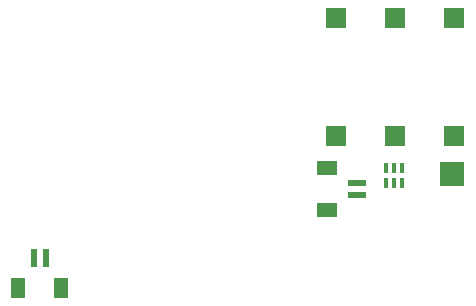
<source format=gbr>
%TF.GenerationSoftware,KiCad,Pcbnew,9.0.0*%
%TF.CreationDate,2025-03-14T13:22:17-04:00*%
%TF.ProjectId,IngestibleCapsule-Antennae,496e6765-7374-4696-926c-654361707375,rev?*%
%TF.SameCoordinates,Original*%
%TF.FileFunction,Soldermask,Top*%
%TF.FilePolarity,Negative*%
%FSLAX46Y46*%
G04 Gerber Fmt 4.6, Leading zero omitted, Abs format (unit mm)*
G04 Created by KiCad (PCBNEW 9.0.0) date 2025-03-14 13:22:17*
%MOMM*%
%LPD*%
G01*
G04 APERTURE LIST*
%ADD10R,0.304800X0.812800*%
%ADD11R,2.000000X2.000000*%
%ADD12R,1.550000X0.600000*%
%ADD13R,1.800000X1.200000*%
%ADD14R,1.803400X1.803400*%
%ADD15R,0.600000X1.550000*%
%ADD16R,1.200000X1.800000*%
G04 APERTURE END LIST*
D10*
%TO.C,U1*%
X80660000Y-52980002D03*
X80010001Y-52980002D03*
X79360002Y-52980002D03*
X79360002Y-54280000D03*
X80010001Y-54280000D03*
X80660000Y-54280000D03*
%TD*%
D11*
%TO.C,TP1*%
X84900000Y-53510000D03*
%TD*%
D12*
%TO.C,J2*%
X76887000Y-54280000D03*
X76887000Y-55280000D03*
D13*
X74362000Y-52980000D03*
X74362000Y-56580000D03*
%TD*%
D14*
%TO.C,AE1*%
X80110000Y-50313800D03*
X85110000Y-50313800D03*
X85110000Y-40306200D03*
X80110000Y-40306200D03*
X75110000Y-40306200D03*
X75110000Y-50313800D03*
%TD*%
D15*
%TO.C,J1*%
X49500000Y-60663000D03*
X50500000Y-60663000D03*
D16*
X48200000Y-63188000D03*
X51800000Y-63188000D03*
%TD*%
M02*

</source>
